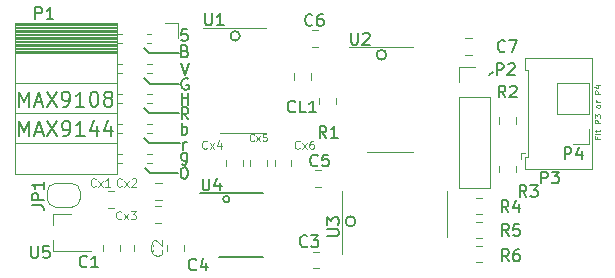
<source format=gto>
G04 #@! TF.GenerationSoftware,KiCad,Pcbnew,(5.1.4)-1*
G04 #@! TF.CreationDate,2019-12-07T15:53:33+00:00*
G04 #@! TF.ProjectId,analog,616e616c-6f67-42e6-9b69-6361645f7063,rev?*
G04 #@! TF.SameCoordinates,Original*
G04 #@! TF.FileFunction,Legend,Top*
G04 #@! TF.FilePolarity,Positive*
%FSLAX46Y46*%
G04 Gerber Fmt 4.6, Leading zero omitted, Abs format (unit mm)*
G04 Created by KiCad (PCBNEW (5.1.4)-1) date 2019-12-07 15:53:33*
%MOMM*%
%LPD*%
G04 APERTURE LIST*
%ADD10C,0.150000*%
%ADD11C,0.200000*%
%ADD12C,0.100000*%
%ADD13C,0.120000*%
G04 APERTURE END LIST*
D10*
X39083800Y-45755560D02*
X41496800Y-45755560D01*
X38702800Y-45349160D02*
X39083800Y-45755560D01*
X56520708Y-49870360D02*
G75*
G03X56520708Y-49870360I-418908J0D01*
G01*
D11*
X28043228Y-42638036D02*
X28043228Y-41388036D01*
X28459895Y-42280893D01*
X28876561Y-41388036D01*
X28876561Y-42638036D01*
X29412276Y-42280893D02*
X30007514Y-42280893D01*
X29293228Y-42638036D02*
X29709895Y-41388036D01*
X30126561Y-42638036D01*
X30424180Y-41388036D02*
X31257514Y-42638036D01*
X31257514Y-41388036D02*
X30424180Y-42638036D01*
X31793228Y-42638036D02*
X32031323Y-42638036D01*
X32150371Y-42578512D01*
X32209895Y-42518988D01*
X32328942Y-42340417D01*
X32388466Y-42102321D01*
X32388466Y-41626131D01*
X32328942Y-41507083D01*
X32269419Y-41447560D01*
X32150371Y-41388036D01*
X31912276Y-41388036D01*
X31793228Y-41447560D01*
X31733704Y-41507083D01*
X31674180Y-41626131D01*
X31674180Y-41923750D01*
X31733704Y-42042798D01*
X31793228Y-42102321D01*
X31912276Y-42161845D01*
X32150371Y-42161845D01*
X32269419Y-42102321D01*
X32328942Y-42042798D01*
X32388466Y-41923750D01*
X33578942Y-42638036D02*
X32864657Y-42638036D01*
X33221800Y-42638036D02*
X33221800Y-41388036D01*
X33102752Y-41566607D01*
X32983704Y-41685655D01*
X32864657Y-41745179D01*
X34650371Y-41804702D02*
X34650371Y-42638036D01*
X34352752Y-41328512D02*
X34055133Y-42221369D01*
X34828942Y-42221369D01*
X35840847Y-41804702D02*
X35840847Y-42638036D01*
X35543228Y-41328512D02*
X35245609Y-42221369D01*
X36019419Y-42221369D01*
X28017828Y-40148836D02*
X28017828Y-38898836D01*
X28434495Y-39791693D01*
X28851161Y-38898836D01*
X28851161Y-40148836D01*
X29386876Y-39791693D02*
X29982114Y-39791693D01*
X29267828Y-40148836D02*
X29684495Y-38898836D01*
X30101161Y-40148836D01*
X30398780Y-38898836D02*
X31232114Y-40148836D01*
X31232114Y-38898836D02*
X30398780Y-40148836D01*
X31767828Y-40148836D02*
X32005923Y-40148836D01*
X32124971Y-40089312D01*
X32184495Y-40029788D01*
X32303542Y-39851217D01*
X32363066Y-39613121D01*
X32363066Y-39136931D01*
X32303542Y-39017883D01*
X32244019Y-38958360D01*
X32124971Y-38898836D01*
X31886876Y-38898836D01*
X31767828Y-38958360D01*
X31708304Y-39017883D01*
X31648780Y-39136931D01*
X31648780Y-39434550D01*
X31708304Y-39553598D01*
X31767828Y-39613121D01*
X31886876Y-39672645D01*
X32124971Y-39672645D01*
X32244019Y-39613121D01*
X32303542Y-39553598D01*
X32363066Y-39434550D01*
X33553542Y-40148836D02*
X32839257Y-40148836D01*
X33196400Y-40148836D02*
X33196400Y-38898836D01*
X33077352Y-39077407D01*
X32958304Y-39196455D01*
X32839257Y-39255979D01*
X34327352Y-38898836D02*
X34446400Y-38898836D01*
X34565447Y-38958360D01*
X34624971Y-39017883D01*
X34684495Y-39136931D01*
X34744019Y-39375026D01*
X34744019Y-39672645D01*
X34684495Y-39910740D01*
X34624971Y-40029788D01*
X34565447Y-40089312D01*
X34446400Y-40148836D01*
X34327352Y-40148836D01*
X34208304Y-40089312D01*
X34148780Y-40029788D01*
X34089257Y-39910740D01*
X34029733Y-39672645D01*
X34029733Y-39375026D01*
X34089257Y-39136931D01*
X34148780Y-39017883D01*
X34208304Y-38958360D01*
X34327352Y-38898836D01*
X35458304Y-39434550D02*
X35339257Y-39375026D01*
X35279733Y-39315502D01*
X35220209Y-39196455D01*
X35220209Y-39136931D01*
X35279733Y-39017883D01*
X35339257Y-38958360D01*
X35458304Y-38898836D01*
X35696400Y-38898836D01*
X35815447Y-38958360D01*
X35874971Y-39017883D01*
X35934495Y-39136931D01*
X35934495Y-39196455D01*
X35874971Y-39315502D01*
X35815447Y-39375026D01*
X35696400Y-39434550D01*
X35458304Y-39434550D01*
X35339257Y-39494074D01*
X35279733Y-39553598D01*
X35220209Y-39672645D01*
X35220209Y-39910740D01*
X35279733Y-40029788D01*
X35339257Y-40089312D01*
X35458304Y-40148836D01*
X35696400Y-40148836D01*
X35815447Y-40089312D01*
X35874971Y-40029788D01*
X35934495Y-39910740D01*
X35934495Y-39672645D01*
X35874971Y-39553598D01*
X35815447Y-39494074D01*
X35696400Y-39434550D01*
D10*
X39541000Y-43215560D02*
X41700000Y-43215560D01*
X39617200Y-38237160D02*
X41598400Y-38237160D01*
X39566400Y-40726360D02*
X41547600Y-40726360D01*
X39058400Y-35620960D02*
X41573000Y-35620960D01*
X38626600Y-35189160D02*
X39058400Y-35620960D01*
X39033000Y-43215560D02*
X38626600Y-42809160D01*
X39541000Y-43215560D02*
X39033000Y-43215560D01*
X39058400Y-40726360D02*
X38601200Y-40269160D01*
X39566400Y-40726360D02*
X39058400Y-40726360D01*
X39134600Y-38237160D02*
X38626600Y-37729160D01*
X39617200Y-38237160D02*
X39134600Y-38237160D01*
D12*
X76995685Y-42743807D02*
X76995685Y-42910474D01*
X77257590Y-42910474D02*
X76757590Y-42910474D01*
X76757590Y-42672379D01*
X77257590Y-42481902D02*
X76924257Y-42481902D01*
X76757590Y-42481902D02*
X76781400Y-42505712D01*
X76805209Y-42481902D01*
X76781400Y-42458093D01*
X76757590Y-42481902D01*
X76805209Y-42481902D01*
X76924257Y-42315236D02*
X76924257Y-42124760D01*
X76757590Y-42243807D02*
X77186161Y-42243807D01*
X77233780Y-42219998D01*
X77257590Y-42172379D01*
X77257590Y-42124760D01*
X77257590Y-41577140D02*
X76757590Y-41577140D01*
X76757590Y-41386664D01*
X76781400Y-41339045D01*
X76805209Y-41315236D01*
X76852828Y-41291426D01*
X76924257Y-41291426D01*
X76971876Y-41315236D01*
X76995685Y-41339045D01*
X77019495Y-41386664D01*
X77019495Y-41577140D01*
X76757590Y-41124760D02*
X76757590Y-40815236D01*
X76948066Y-40981902D01*
X76948066Y-40910474D01*
X76971876Y-40862855D01*
X76995685Y-40839045D01*
X77043304Y-40815236D01*
X77162352Y-40815236D01*
X77209971Y-40839045D01*
X77233780Y-40862855D01*
X77257590Y-40910474D01*
X77257590Y-41053331D01*
X77233780Y-41100950D01*
X77209971Y-41124760D01*
X77257590Y-40148569D02*
X77233780Y-40196188D01*
X77209971Y-40219998D01*
X77162352Y-40243807D01*
X77019495Y-40243807D01*
X76971876Y-40219998D01*
X76948066Y-40196188D01*
X76924257Y-40148569D01*
X76924257Y-40077140D01*
X76948066Y-40029521D01*
X76971876Y-40005712D01*
X77019495Y-39981902D01*
X77162352Y-39981902D01*
X77209971Y-40005712D01*
X77233780Y-40029521D01*
X77257590Y-40077140D01*
X77257590Y-40148569D01*
X77257590Y-39767617D02*
X76924257Y-39767617D01*
X77019495Y-39767617D02*
X76971876Y-39743807D01*
X76948066Y-39719998D01*
X76924257Y-39672379D01*
X76924257Y-39624760D01*
X77257590Y-39077140D02*
X76757590Y-39077140D01*
X76757590Y-38886664D01*
X76781400Y-38839045D01*
X76805209Y-38815236D01*
X76852828Y-38791426D01*
X76924257Y-38791426D01*
X76971876Y-38815236D01*
X76995685Y-38839045D01*
X77019495Y-38886664D01*
X77019495Y-39077140D01*
X76924257Y-38362855D02*
X77257590Y-38362855D01*
X76733780Y-38481902D02*
X77090923Y-38600950D01*
X77090923Y-38291426D01*
D10*
X67785800Y-37475160D02*
X68141400Y-37195760D01*
X45859766Y-47996594D02*
G75*
G03X45859766Y-47996594I-273566J0D01*
G01*
X41933371Y-43794940D02*
X41933371Y-43128274D01*
X41933371Y-43318750D02*
X41980990Y-43223512D01*
X42028609Y-43175893D01*
X42123847Y-43128274D01*
X42219085Y-43128274D01*
X42365123Y-41229540D02*
X42031790Y-40753350D01*
X41793695Y-41229540D02*
X41793695Y-40229540D01*
X42174647Y-40229540D01*
X42269885Y-40277160D01*
X42317504Y-40324779D01*
X42365123Y-40420017D01*
X42365123Y-40562874D01*
X42317504Y-40658112D01*
X42269885Y-40705731D01*
X42174647Y-40753350D01*
X41793695Y-40753350D01*
X42342904Y-37787960D02*
X42247666Y-37740340D01*
X42104809Y-37740340D01*
X41961952Y-37787960D01*
X41866714Y-37883198D01*
X41819095Y-37978436D01*
X41771476Y-38168912D01*
X41771476Y-38311769D01*
X41819095Y-38502245D01*
X41866714Y-38597483D01*
X41961952Y-38692721D01*
X42104809Y-38740340D01*
X42200047Y-38740340D01*
X42342904Y-38692721D01*
X42390523Y-38645102D01*
X42390523Y-38311769D01*
X42200047Y-38311769D01*
X59136908Y-35773360D02*
G75*
G03X59136908Y-35773360I-418908J0D01*
G01*
X46729200Y-34173160D02*
G75*
G03X46729200Y-34173160I-401609J0D01*
G01*
X41969880Y-45284140D02*
X42065119Y-45284140D01*
X42160357Y-45331760D01*
X42207976Y-45379379D01*
X42255595Y-45474617D01*
X42303214Y-45665093D01*
X42303214Y-45903188D01*
X42255595Y-46093664D01*
X42207976Y-46188902D01*
X42160357Y-46236521D01*
X42065119Y-46284140D01*
X41969880Y-46284140D01*
X41874642Y-46236521D01*
X41827023Y-46188902D01*
X41779404Y-46093664D01*
X41731785Y-45903188D01*
X41731785Y-45665093D01*
X41779404Y-45474617D01*
X41827023Y-45379379D01*
X41874642Y-45331760D01*
X41969880Y-45284140D01*
X42101628Y-35447931D02*
X42244485Y-35495550D01*
X42292104Y-35543169D01*
X42339723Y-35638407D01*
X42339723Y-35781264D01*
X42292104Y-35876502D01*
X42244485Y-35924121D01*
X42149247Y-35971740D01*
X41768295Y-35971740D01*
X41768295Y-34971740D01*
X42101628Y-34971740D01*
X42196866Y-35019360D01*
X42244485Y-35066979D01*
X42292104Y-35162217D01*
X42292104Y-35257455D01*
X42244485Y-35352693D01*
X42196866Y-35400312D01*
X42101628Y-35447931D01*
X41768295Y-35447931D01*
X42244485Y-44068074D02*
X42244485Y-44877598D01*
X42196866Y-44972836D01*
X42149247Y-45020455D01*
X42054009Y-45068074D01*
X41911152Y-45068074D01*
X41815914Y-45020455D01*
X42244485Y-44687121D02*
X42149247Y-44734740D01*
X41958771Y-44734740D01*
X41863533Y-44687121D01*
X41815914Y-44639502D01*
X41768295Y-44544264D01*
X41768295Y-44258550D01*
X41815914Y-44163312D01*
X41863533Y-44115693D01*
X41958771Y-44068074D01*
X42149247Y-44068074D01*
X42244485Y-44115693D01*
X41790514Y-42524940D02*
X41790514Y-41524940D01*
X41790514Y-41905893D02*
X41885752Y-41858274D01*
X42076228Y-41858274D01*
X42171466Y-41905893D01*
X42219085Y-41953512D01*
X42266704Y-42048750D01*
X42266704Y-42334464D01*
X42219085Y-42429702D01*
X42171466Y-42477321D01*
X42076228Y-42524940D01*
X41885752Y-42524940D01*
X41790514Y-42477321D01*
X41795285Y-39984940D02*
X41795285Y-38984940D01*
X41795285Y-39461131D02*
X42366714Y-39461131D01*
X42366714Y-39984940D02*
X42366714Y-38984940D01*
X41722266Y-36444940D02*
X42055600Y-37444940D01*
X42388933Y-36444940D01*
X42268295Y-33600140D02*
X41792104Y-33600140D01*
X41744485Y-34076331D01*
X41792104Y-34028712D01*
X41887342Y-33981093D01*
X42125438Y-33981093D01*
X42220676Y-34028712D01*
X42268295Y-34076331D01*
X42315914Y-34171569D01*
X42315914Y-34409664D01*
X42268295Y-34504902D01*
X42220676Y-34552521D01*
X42125438Y-34600140D01*
X41887342Y-34600140D01*
X41792104Y-34552521D01*
X41744485Y-34504902D01*
D13*
X53594452Y-45553560D02*
X53071948Y-45553560D01*
X53594452Y-46973560D02*
X53071948Y-46973560D01*
D10*
X45001900Y-52875560D02*
X48710500Y-52875560D01*
X43331200Y-47475560D02*
X48714800Y-47475560D01*
D13*
X65287400Y-36780160D02*
X66617400Y-36780160D01*
X65287400Y-38110160D02*
X65287400Y-36780160D01*
X65287400Y-39380160D02*
X67947400Y-39380160D01*
X67947400Y-39380160D02*
X67947400Y-47060160D01*
X65287400Y-39380160D02*
X65287400Y-47060160D01*
X65287400Y-47060160D02*
X67947400Y-47060160D01*
X76253200Y-38151760D02*
X73593200Y-38151760D01*
X76253200Y-40751760D02*
X76253200Y-38151760D01*
X73593200Y-40751760D02*
X73593200Y-38151760D01*
X76253200Y-40751760D02*
X73593200Y-40751760D01*
X76253200Y-42021760D02*
X76253200Y-43351760D01*
X76253200Y-43351760D02*
X74923200Y-43351760D01*
X64245200Y-49209960D02*
X64245200Y-47259960D01*
X64245200Y-49209960D02*
X64245200Y-51159960D01*
X55375200Y-49209960D02*
X55375200Y-47259960D01*
X55375200Y-49209960D02*
X55375200Y-52659960D01*
X68676000Y-45189508D02*
X68676000Y-45712012D01*
X70096000Y-45189508D02*
X70096000Y-45712012D01*
X67234252Y-49284960D02*
X66711748Y-49284960D01*
X67234252Y-47864960D02*
X66711748Y-47864960D01*
X67234252Y-49896960D02*
X66711748Y-49896960D01*
X67234252Y-51316960D02*
X66711748Y-51316960D01*
X67234252Y-53348960D02*
X66711748Y-53348960D01*
X67234252Y-51928960D02*
X66711748Y-51928960D01*
X47034000Y-42367360D02*
X48984000Y-42367360D01*
X47034000Y-42367360D02*
X45084000Y-42367360D01*
X47034000Y-33497360D02*
X48984000Y-33497360D01*
X47034000Y-33497360D02*
X43584000Y-33497360D01*
X27723800Y-33166360D02*
X36353800Y-33166360D01*
X27723800Y-33284455D02*
X36353800Y-33284455D01*
X27723800Y-33402550D02*
X36353800Y-33402550D01*
X27723800Y-33520645D02*
X36353800Y-33520645D01*
X27723800Y-33638740D02*
X36353800Y-33638740D01*
X27723800Y-33756835D02*
X36353800Y-33756835D01*
X27723800Y-33874930D02*
X36353800Y-33874930D01*
X27723800Y-33993025D02*
X36353800Y-33993025D01*
X27723800Y-34111120D02*
X36353800Y-34111120D01*
X27723800Y-34229215D02*
X36353800Y-34229215D01*
X27723800Y-34347310D02*
X36353800Y-34347310D01*
X27723800Y-34465405D02*
X36353800Y-34465405D01*
X27723800Y-34583500D02*
X36353800Y-34583500D01*
X27723800Y-34701595D02*
X36353800Y-34701595D01*
X27723800Y-34819690D02*
X36353800Y-34819690D01*
X27723800Y-34937785D02*
X36353800Y-34937785D01*
X27723800Y-35055880D02*
X36353800Y-35055880D01*
X27723800Y-35173975D02*
X36353800Y-35173975D01*
X27723800Y-35292070D02*
X36353800Y-35292070D01*
X27723800Y-35410165D02*
X36353800Y-35410165D01*
X27723800Y-35528260D02*
X36353800Y-35528260D01*
X36353800Y-34016360D02*
X36763800Y-34016360D01*
X38863800Y-34016360D02*
X39243800Y-34016360D01*
X36353800Y-34736360D02*
X36763800Y-34736360D01*
X38863800Y-34736360D02*
X39243800Y-34736360D01*
X36353800Y-36556360D02*
X36763800Y-36556360D01*
X38863800Y-36556360D02*
X39303800Y-36556360D01*
X36353800Y-37276360D02*
X36763800Y-37276360D01*
X38863800Y-37276360D02*
X39303800Y-37276360D01*
X36353800Y-39096360D02*
X36763800Y-39096360D01*
X38863800Y-39096360D02*
X39303800Y-39096360D01*
X36353800Y-39816360D02*
X36763800Y-39816360D01*
X38863800Y-39816360D02*
X39303800Y-39816360D01*
X36353800Y-41636360D02*
X36763800Y-41636360D01*
X38863800Y-41636360D02*
X39303800Y-41636360D01*
X36353800Y-42356360D02*
X36763800Y-42356360D01*
X38863800Y-42356360D02*
X39303800Y-42356360D01*
X36353800Y-44176360D02*
X36763800Y-44176360D01*
X38863800Y-44176360D02*
X39303800Y-44176360D01*
X36353800Y-44896360D02*
X36763800Y-44896360D01*
X38863800Y-44896360D02*
X39303800Y-44896360D01*
X27723800Y-35646360D02*
X36353800Y-35646360D01*
X27723800Y-38186360D02*
X36353800Y-38186360D01*
X27723800Y-40726360D02*
X36353800Y-40726360D01*
X27723800Y-43266360D02*
X36353800Y-43266360D01*
X27723800Y-33046360D02*
X36353800Y-33046360D01*
X36353800Y-33046360D02*
X36353800Y-45866360D01*
X27723800Y-45866360D02*
X36353800Y-45866360D01*
X27723800Y-33046360D02*
X27723800Y-45866360D01*
X41463800Y-33046360D02*
X41463800Y-34376360D01*
X40353800Y-33046360D02*
X41463800Y-33046360D01*
X65822748Y-35797560D02*
X66345252Y-35797560D01*
X65822748Y-34377560D02*
X66345252Y-34377560D01*
X39184200Y-51869708D02*
X39184200Y-52392212D01*
X37764200Y-51869708D02*
X37764200Y-52392212D01*
X36568000Y-52392212D02*
X36568000Y-51869708D01*
X35148000Y-52392212D02*
X35148000Y-51869708D01*
X30932400Y-49230160D02*
X30932400Y-50160160D01*
X30932400Y-52390160D02*
X30932400Y-51460160D01*
X30932400Y-52390160D02*
X34092400Y-52390160D01*
X30932400Y-49230160D02*
X32392400Y-49230160D01*
X32519400Y-46660560D02*
G75*
G02X33219400Y-47360560I0J-700000D01*
G01*
X33219400Y-47960560D02*
G75*
G02X32519400Y-48660560I-700000J0D01*
G01*
X31119400Y-48660560D02*
G75*
G02X30419400Y-47960560I0J700000D01*
G01*
X30419400Y-47360560D02*
G75*
G02X31119400Y-46660560I700000J0D01*
G01*
X30419400Y-47960560D02*
X30419400Y-47360560D01*
X32519400Y-48660560D02*
X31119400Y-48660560D01*
X33219400Y-47360560D02*
X33219400Y-47960560D01*
X31119400Y-46660560D02*
X32519400Y-46660560D01*
X52919548Y-53856960D02*
X53442052Y-53856960D01*
X52919548Y-52436960D02*
X53442052Y-52436960D01*
X52773200Y-37349908D02*
X52773200Y-37872412D01*
X51353200Y-37349908D02*
X51353200Y-37872412D01*
X42003600Y-51869708D02*
X42003600Y-52392212D01*
X40583600Y-51869708D02*
X40583600Y-52392212D01*
X70121400Y-41074708D02*
X70121400Y-41597212D01*
X68701400Y-41074708D02*
X68701400Y-41597212D01*
X52856048Y-33704460D02*
X53378552Y-33704460D01*
X52856048Y-35124460D02*
X53378552Y-35124460D01*
X54881400Y-39423708D02*
X54881400Y-39946212D01*
X53461400Y-39423708D02*
X53461400Y-39946212D01*
X59429200Y-44018360D02*
X61379200Y-44018360D01*
X59429200Y-44018360D02*
X57479200Y-44018360D01*
X59429200Y-35148360D02*
X61379200Y-35148360D01*
X59429200Y-35148360D02*
X55979200Y-35148360D01*
X40107052Y-48065760D02*
X39584548Y-48065760D01*
X40107052Y-46645760D02*
X39584548Y-46645760D01*
X40081652Y-48576160D02*
X39559148Y-48576160D01*
X40081652Y-49996160D02*
X39559148Y-49996160D01*
X49676800Y-45187612D02*
X49676800Y-44665108D01*
X51096800Y-45187612D02*
X51096800Y-44665108D01*
X49039400Y-45204012D02*
X49039400Y-44681508D01*
X47619400Y-45204012D02*
X47619400Y-44681508D01*
X35571348Y-47280760D02*
X36093852Y-47280760D01*
X35571348Y-48700760D02*
X36093852Y-48700760D01*
X45536600Y-45178612D02*
X45536600Y-44656108D01*
X46956600Y-45178612D02*
X46956600Y-44656108D01*
X70852200Y-44116760D02*
X70552200Y-44116760D01*
X70552200Y-44116760D02*
X70552200Y-44616760D01*
X71142200Y-40741760D02*
X71142200Y-44406760D01*
X71142200Y-44406760D02*
X70842200Y-44406760D01*
X70842200Y-44406760D02*
X70842200Y-45476760D01*
X70842200Y-45476760D02*
X76562200Y-45476760D01*
X76562200Y-45476760D02*
X76562200Y-40741760D01*
X71142200Y-40741760D02*
X71142200Y-37076760D01*
X71142200Y-37076760D02*
X70842200Y-37076760D01*
X70842200Y-37076760D02*
X70842200Y-36006760D01*
X70842200Y-36006760D02*
X76562200Y-36006760D01*
X76562200Y-36006760D02*
X76562200Y-40741760D01*
D10*
X53318933Y-45122102D02*
X53271314Y-45169721D01*
X53128457Y-45217340D01*
X53033219Y-45217340D01*
X52890361Y-45169721D01*
X52795123Y-45074483D01*
X52747504Y-44979245D01*
X52699885Y-44788769D01*
X52699885Y-44645912D01*
X52747504Y-44455436D01*
X52795123Y-44360198D01*
X52890361Y-44264960D01*
X53033219Y-44217340D01*
X53128457Y-44217340D01*
X53271314Y-44264960D01*
X53318933Y-44312579D01*
X54223695Y-44217340D02*
X53747504Y-44217340D01*
X53699885Y-44693531D01*
X53747504Y-44645912D01*
X53842742Y-44598293D01*
X54080838Y-44598293D01*
X54176076Y-44645912D01*
X54223695Y-44693531D01*
X54271314Y-44788769D01*
X54271314Y-45026864D01*
X54223695Y-45122102D01*
X54176076Y-45169721D01*
X54080838Y-45217340D01*
X53842742Y-45217340D01*
X53747504Y-45169721D01*
X53699885Y-45122102D01*
X43579695Y-46249340D02*
X43579695Y-47058864D01*
X43627314Y-47154102D01*
X43674933Y-47201721D01*
X43770171Y-47249340D01*
X43960647Y-47249340D01*
X44055885Y-47201721D01*
X44103504Y-47154102D01*
X44151123Y-47058864D01*
X44151123Y-46249340D01*
X45055885Y-46582674D02*
X45055885Y-47249340D01*
X44817790Y-46201721D02*
X44579695Y-46916007D01*
X45198742Y-46916007D01*
X68482804Y-37495740D02*
X68482804Y-36495740D01*
X68863757Y-36495740D01*
X68958995Y-36543360D01*
X69006614Y-36590979D01*
X69054233Y-36686217D01*
X69054233Y-36829074D01*
X69006614Y-36924312D01*
X68958995Y-36971931D01*
X68863757Y-37019550D01*
X68482804Y-37019550D01*
X69435185Y-36590979D02*
X69482804Y-36543360D01*
X69578042Y-36495740D01*
X69816138Y-36495740D01*
X69911376Y-36543360D01*
X69958995Y-36590979D01*
X70006614Y-36686217D01*
X70006614Y-36781455D01*
X69958995Y-36924312D01*
X69387566Y-37495740D01*
X70006614Y-37495740D01*
X74235904Y-44607740D02*
X74235904Y-43607740D01*
X74616857Y-43607740D01*
X74712095Y-43655360D01*
X74759714Y-43702979D01*
X74807333Y-43798217D01*
X74807333Y-43941074D01*
X74759714Y-44036312D01*
X74712095Y-44083931D01*
X74616857Y-44131550D01*
X74235904Y-44131550D01*
X75664476Y-43941074D02*
X75664476Y-44607740D01*
X75426380Y-43560121D02*
X75188285Y-44274407D01*
X75807333Y-44274407D01*
X54106380Y-51114864D02*
X54915904Y-51114864D01*
X55011142Y-51067245D01*
X55058761Y-51019626D01*
X55106380Y-50924388D01*
X55106380Y-50733912D01*
X55058761Y-50638674D01*
X55011142Y-50591055D01*
X54915904Y-50543436D01*
X54106380Y-50543436D01*
X54106380Y-50162483D02*
X54106380Y-49543436D01*
X54487333Y-49876769D01*
X54487333Y-49733912D01*
X54534952Y-49638674D01*
X54582571Y-49591055D01*
X54677809Y-49543436D01*
X54915904Y-49543436D01*
X55011142Y-49591055D01*
X55058761Y-49638674D01*
X55106380Y-49733912D01*
X55106380Y-50019626D01*
X55058761Y-50114864D01*
X55011142Y-50162483D01*
X70997333Y-47808140D02*
X70664000Y-47331950D01*
X70425904Y-47808140D02*
X70425904Y-46808140D01*
X70806857Y-46808140D01*
X70902095Y-46855760D01*
X70949714Y-46903379D01*
X70997333Y-46998617D01*
X70997333Y-47141474D01*
X70949714Y-47236712D01*
X70902095Y-47284331D01*
X70806857Y-47331950D01*
X70425904Y-47331950D01*
X71330666Y-46808140D02*
X71949714Y-46808140D01*
X71616380Y-47189093D01*
X71759238Y-47189093D01*
X71854476Y-47236712D01*
X71902095Y-47284331D01*
X71949714Y-47379569D01*
X71949714Y-47617664D01*
X71902095Y-47712902D01*
X71854476Y-47760521D01*
X71759238Y-47808140D01*
X71473523Y-47808140D01*
X71378285Y-47760521D01*
X71330666Y-47712902D01*
X69473333Y-49103540D02*
X69140000Y-48627350D01*
X68901904Y-49103540D02*
X68901904Y-48103540D01*
X69282857Y-48103540D01*
X69378095Y-48151160D01*
X69425714Y-48198779D01*
X69473333Y-48294017D01*
X69473333Y-48436874D01*
X69425714Y-48532112D01*
X69378095Y-48579731D01*
X69282857Y-48627350D01*
X68901904Y-48627350D01*
X70330476Y-48436874D02*
X70330476Y-49103540D01*
X70092380Y-48055921D02*
X69854285Y-48770207D01*
X70473333Y-48770207D01*
X69498733Y-51110140D02*
X69165400Y-50633950D01*
X68927304Y-51110140D02*
X68927304Y-50110140D01*
X69308257Y-50110140D01*
X69403495Y-50157760D01*
X69451114Y-50205379D01*
X69498733Y-50300617D01*
X69498733Y-50443474D01*
X69451114Y-50538712D01*
X69403495Y-50586331D01*
X69308257Y-50633950D01*
X68927304Y-50633950D01*
X70403495Y-50110140D02*
X69927304Y-50110140D01*
X69879685Y-50586331D01*
X69927304Y-50538712D01*
X70022542Y-50491093D01*
X70260638Y-50491093D01*
X70355876Y-50538712D01*
X70403495Y-50586331D01*
X70451114Y-50681569D01*
X70451114Y-50919664D01*
X70403495Y-51014902D01*
X70355876Y-51062521D01*
X70260638Y-51110140D01*
X70022542Y-51110140D01*
X69927304Y-51062521D01*
X69879685Y-51014902D01*
X69498733Y-53243740D02*
X69165400Y-52767550D01*
X68927304Y-53243740D02*
X68927304Y-52243740D01*
X69308257Y-52243740D01*
X69403495Y-52291360D01*
X69451114Y-52338979D01*
X69498733Y-52434217D01*
X69498733Y-52577074D01*
X69451114Y-52672312D01*
X69403495Y-52719931D01*
X69308257Y-52767550D01*
X68927304Y-52767550D01*
X70355876Y-52243740D02*
X70165400Y-52243740D01*
X70070161Y-52291360D01*
X70022542Y-52338979D01*
X69927304Y-52481836D01*
X69879685Y-52672312D01*
X69879685Y-53053264D01*
X69927304Y-53148502D01*
X69974923Y-53196121D01*
X70070161Y-53243740D01*
X70260638Y-53243740D01*
X70355876Y-53196121D01*
X70403495Y-53148502D01*
X70451114Y-53053264D01*
X70451114Y-52815169D01*
X70403495Y-52719931D01*
X70355876Y-52672312D01*
X70260638Y-52624693D01*
X70070161Y-52624693D01*
X69974923Y-52672312D01*
X69927304Y-52719931D01*
X69879685Y-52815169D01*
X43782895Y-32253940D02*
X43782895Y-33063464D01*
X43830514Y-33158702D01*
X43878133Y-33206321D01*
X43973371Y-33253940D01*
X44163847Y-33253940D01*
X44259085Y-33206321D01*
X44306704Y-33158702D01*
X44354323Y-33063464D01*
X44354323Y-32253940D01*
X45354323Y-33253940D02*
X44782895Y-33253940D01*
X45068609Y-33253940D02*
X45068609Y-32253940D01*
X44973371Y-32396798D01*
X44878133Y-32492036D01*
X44782895Y-32539655D01*
X29417604Y-32745940D02*
X29417604Y-31745940D01*
X29798557Y-31745940D01*
X29893795Y-31793560D01*
X29941414Y-31841179D01*
X29989033Y-31936417D01*
X29989033Y-32079274D01*
X29941414Y-32174512D01*
X29893795Y-32222131D01*
X29798557Y-32269750D01*
X29417604Y-32269750D01*
X30941414Y-32745940D02*
X30369985Y-32745940D01*
X30655700Y-32745940D02*
X30655700Y-31745940D01*
X30560461Y-31888798D01*
X30465223Y-31984036D01*
X30369985Y-32031655D01*
X69168533Y-35444702D02*
X69120914Y-35492321D01*
X68978057Y-35539940D01*
X68882819Y-35539940D01*
X68739961Y-35492321D01*
X68644723Y-35397083D01*
X68597104Y-35301845D01*
X68549485Y-35111369D01*
X68549485Y-34968512D01*
X68597104Y-34778036D01*
X68644723Y-34682798D01*
X68739961Y-34587560D01*
X68882819Y-34539940D01*
X68978057Y-34539940D01*
X69120914Y-34587560D01*
X69168533Y-34635179D01*
X69501866Y-34539940D02*
X70168533Y-34539940D01*
X69739961Y-35539940D01*
D13*
X40098571Y-52272626D02*
X40139047Y-52313102D01*
X40179523Y-52434531D01*
X40179523Y-52515483D01*
X40139047Y-52636912D01*
X40058095Y-52717864D01*
X39977142Y-52758340D01*
X39815238Y-52798817D01*
X39693809Y-52798817D01*
X39531904Y-52758340D01*
X39450952Y-52717864D01*
X39370000Y-52636912D01*
X39329523Y-52515483D01*
X39329523Y-52434531D01*
X39370000Y-52313102D01*
X39410476Y-52272626D01*
X39410476Y-51948817D02*
X39370000Y-51908340D01*
X39329523Y-51827388D01*
X39329523Y-51625007D01*
X39370000Y-51544055D01*
X39410476Y-51503579D01*
X39491428Y-51463102D01*
X39572380Y-51463102D01*
X39693809Y-51503579D01*
X40179523Y-51989293D01*
X40179523Y-51463102D01*
D10*
X33786333Y-53681902D02*
X33738714Y-53729521D01*
X33595857Y-53777140D01*
X33500619Y-53777140D01*
X33357761Y-53729521D01*
X33262523Y-53634283D01*
X33214904Y-53539045D01*
X33167285Y-53348569D01*
X33167285Y-53205712D01*
X33214904Y-53015236D01*
X33262523Y-52919998D01*
X33357761Y-52824760D01*
X33500619Y-52777140D01*
X33595857Y-52777140D01*
X33738714Y-52824760D01*
X33786333Y-52872379D01*
X34738714Y-53777140D02*
X34167285Y-53777140D01*
X34453000Y-53777140D02*
X34453000Y-52777140D01*
X34357761Y-52919998D01*
X34262523Y-53015236D01*
X34167285Y-53062855D01*
X29050895Y-51964340D02*
X29050895Y-52773864D01*
X29098514Y-52869102D01*
X29146133Y-52916721D01*
X29241371Y-52964340D01*
X29431847Y-52964340D01*
X29527085Y-52916721D01*
X29574704Y-52869102D01*
X29622323Y-52773864D01*
X29622323Y-51964340D01*
X30574704Y-51964340D02*
X30098514Y-51964340D01*
X30050895Y-52440531D01*
X30098514Y-52392912D01*
X30193752Y-52345293D01*
X30431847Y-52345293D01*
X30527085Y-52392912D01*
X30574704Y-52440531D01*
X30622323Y-52535769D01*
X30622323Y-52773864D01*
X30574704Y-52869102D01*
X30527085Y-52916721D01*
X30431847Y-52964340D01*
X30193752Y-52964340D01*
X30098514Y-52916721D01*
X30050895Y-52869102D01*
X29138180Y-48519293D02*
X29852466Y-48519293D01*
X29995323Y-48566912D01*
X30090561Y-48662150D01*
X30138180Y-48805007D01*
X30138180Y-48900245D01*
X30138180Y-48043102D02*
X29138180Y-48043102D01*
X29138180Y-47662150D01*
X29185800Y-47566912D01*
X29233419Y-47519293D01*
X29328657Y-47471674D01*
X29471514Y-47471674D01*
X29566752Y-47519293D01*
X29614371Y-47566912D01*
X29661990Y-47662150D01*
X29661990Y-48043102D01*
X30138180Y-46519293D02*
X30138180Y-47090721D01*
X30138180Y-46805007D02*
X29138180Y-46805007D01*
X29281038Y-46900245D01*
X29376276Y-46995483D01*
X29423895Y-47090721D01*
X52429933Y-51954702D02*
X52382314Y-52002321D01*
X52239457Y-52049940D01*
X52144219Y-52049940D01*
X52001361Y-52002321D01*
X51906123Y-51907083D01*
X51858504Y-51811845D01*
X51810885Y-51621369D01*
X51810885Y-51478512D01*
X51858504Y-51288036D01*
X51906123Y-51192798D01*
X52001361Y-51097560D01*
X52144219Y-51049940D01*
X52239457Y-51049940D01*
X52382314Y-51097560D01*
X52429933Y-51145179D01*
X52763266Y-51049940D02*
X53382314Y-51049940D01*
X53048980Y-51430893D01*
X53191838Y-51430893D01*
X53287076Y-51478512D01*
X53334695Y-51526131D01*
X53382314Y-51621369D01*
X53382314Y-51859464D01*
X53334695Y-51954702D01*
X53287076Y-52002321D01*
X53191838Y-52049940D01*
X52906123Y-52049940D01*
X52810885Y-52002321D01*
X52763266Y-51954702D01*
X51415571Y-40550102D02*
X51367952Y-40597721D01*
X51225095Y-40645340D01*
X51129857Y-40645340D01*
X50987000Y-40597721D01*
X50891761Y-40502483D01*
X50844142Y-40407245D01*
X50796523Y-40216769D01*
X50796523Y-40073912D01*
X50844142Y-39883436D01*
X50891761Y-39788198D01*
X50987000Y-39692960D01*
X51129857Y-39645340D01*
X51225095Y-39645340D01*
X51367952Y-39692960D01*
X51415571Y-39740579D01*
X52320333Y-40645340D02*
X51844142Y-40645340D01*
X51844142Y-39645340D01*
X53177476Y-40645340D02*
X52606047Y-40645340D01*
X52891761Y-40645340D02*
X52891761Y-39645340D01*
X52796523Y-39788198D01*
X52701285Y-39883436D01*
X52606047Y-39931055D01*
X43031933Y-53935902D02*
X42984314Y-53983521D01*
X42841457Y-54031140D01*
X42746219Y-54031140D01*
X42603361Y-53983521D01*
X42508123Y-53888283D01*
X42460504Y-53793045D01*
X42412885Y-53602569D01*
X42412885Y-53459712D01*
X42460504Y-53269236D01*
X42508123Y-53173998D01*
X42603361Y-53078760D01*
X42746219Y-53031140D01*
X42841457Y-53031140D01*
X42984314Y-53078760D01*
X43031933Y-53126379D01*
X43889076Y-53364474D02*
X43889076Y-54031140D01*
X43650980Y-52983521D02*
X43412885Y-53697807D01*
X44031933Y-53697807D01*
X69219333Y-39375340D02*
X68886000Y-38899150D01*
X68647904Y-39375340D02*
X68647904Y-38375340D01*
X69028857Y-38375340D01*
X69124095Y-38422960D01*
X69171714Y-38470579D01*
X69219333Y-38565817D01*
X69219333Y-38708674D01*
X69171714Y-38803912D01*
X69124095Y-38851531D01*
X69028857Y-38899150D01*
X68647904Y-38899150D01*
X69600285Y-38470579D02*
X69647904Y-38422960D01*
X69743142Y-38375340D01*
X69981238Y-38375340D01*
X70076476Y-38422960D01*
X70124095Y-38470579D01*
X70171714Y-38565817D01*
X70171714Y-38661055D01*
X70124095Y-38803912D01*
X69552666Y-39375340D01*
X70171714Y-39375340D01*
X52874433Y-33222202D02*
X52826814Y-33269821D01*
X52683957Y-33317440D01*
X52588719Y-33317440D01*
X52445861Y-33269821D01*
X52350623Y-33174583D01*
X52303004Y-33079345D01*
X52255385Y-32888869D01*
X52255385Y-32746012D01*
X52303004Y-32555536D01*
X52350623Y-32460298D01*
X52445861Y-32365060D01*
X52588719Y-32317440D01*
X52683957Y-32317440D01*
X52826814Y-32365060D01*
X52874433Y-32412679D01*
X53731576Y-32317440D02*
X53541100Y-32317440D01*
X53445861Y-32365060D01*
X53398242Y-32412679D01*
X53303004Y-32555536D01*
X53255385Y-32746012D01*
X53255385Y-33126964D01*
X53303004Y-33222202D01*
X53350623Y-33269821D01*
X53445861Y-33317440D01*
X53636338Y-33317440D01*
X53731576Y-33269821D01*
X53779195Y-33222202D01*
X53826814Y-33126964D01*
X53826814Y-32888869D01*
X53779195Y-32793631D01*
X53731576Y-32746012D01*
X53636338Y-32698393D01*
X53445861Y-32698393D01*
X53350623Y-32746012D01*
X53303004Y-32793631D01*
X53255385Y-32888869D01*
X54055533Y-42804340D02*
X53722200Y-42328150D01*
X53484104Y-42804340D02*
X53484104Y-41804340D01*
X53865057Y-41804340D01*
X53960295Y-41851960D01*
X54007914Y-41899579D01*
X54055533Y-41994817D01*
X54055533Y-42137674D01*
X54007914Y-42232912D01*
X53960295Y-42280531D01*
X53865057Y-42328150D01*
X53484104Y-42328150D01*
X55007914Y-42804340D02*
X54436485Y-42804340D01*
X54722200Y-42804340D02*
X54722200Y-41804340D01*
X54626961Y-41947198D01*
X54531723Y-42042436D01*
X54436485Y-42090055D01*
X56152695Y-33904940D02*
X56152695Y-34714464D01*
X56200314Y-34809702D01*
X56247933Y-34857321D01*
X56343171Y-34904940D01*
X56533647Y-34904940D01*
X56628885Y-34857321D01*
X56676504Y-34809702D01*
X56724123Y-34714464D01*
X56724123Y-33904940D01*
X57152695Y-34000179D02*
X57200314Y-33952560D01*
X57295552Y-33904940D01*
X57533647Y-33904940D01*
X57628885Y-33952560D01*
X57676504Y-34000179D01*
X57724123Y-34095417D01*
X57724123Y-34190655D01*
X57676504Y-34333512D01*
X57105076Y-34904940D01*
X57724123Y-34904940D01*
D12*
X36728000Y-46869160D02*
X36694666Y-46902493D01*
X36594666Y-46935826D01*
X36528000Y-46935826D01*
X36428000Y-46902493D01*
X36361333Y-46835826D01*
X36328000Y-46769160D01*
X36294666Y-46635826D01*
X36294666Y-46535826D01*
X36328000Y-46402493D01*
X36361333Y-46335826D01*
X36428000Y-46269160D01*
X36528000Y-46235826D01*
X36594666Y-46235826D01*
X36694666Y-46269160D01*
X36728000Y-46302493D01*
X36961333Y-46935826D02*
X37328000Y-46469160D01*
X36961333Y-46469160D02*
X37328000Y-46935826D01*
X37561333Y-46302493D02*
X37594666Y-46269160D01*
X37661333Y-46235826D01*
X37828000Y-46235826D01*
X37894666Y-46269160D01*
X37928000Y-46302493D01*
X37961333Y-46369160D01*
X37961333Y-46435826D01*
X37928000Y-46535826D01*
X37528000Y-46935826D01*
X37961333Y-46935826D01*
X36677200Y-49637760D02*
X36643866Y-49671093D01*
X36543866Y-49704426D01*
X36477200Y-49704426D01*
X36377200Y-49671093D01*
X36310533Y-49604426D01*
X36277200Y-49537760D01*
X36243866Y-49404426D01*
X36243866Y-49304426D01*
X36277200Y-49171093D01*
X36310533Y-49104426D01*
X36377200Y-49037760D01*
X36477200Y-49004426D01*
X36543866Y-49004426D01*
X36643866Y-49037760D01*
X36677200Y-49071093D01*
X36910533Y-49704426D02*
X37277200Y-49237760D01*
X36910533Y-49237760D02*
X37277200Y-49704426D01*
X37477200Y-49004426D02*
X37910533Y-49004426D01*
X37677200Y-49271093D01*
X37777200Y-49271093D01*
X37843866Y-49304426D01*
X37877200Y-49337760D01*
X37910533Y-49404426D01*
X37910533Y-49571093D01*
X37877200Y-49637760D01*
X37843866Y-49671093D01*
X37777200Y-49704426D01*
X37577200Y-49704426D01*
X37510533Y-49671093D01*
X37477200Y-49637760D01*
X51790200Y-43668760D02*
X51756866Y-43702093D01*
X51656866Y-43735426D01*
X51590200Y-43735426D01*
X51490200Y-43702093D01*
X51423533Y-43635426D01*
X51390200Y-43568760D01*
X51356866Y-43435426D01*
X51356866Y-43335426D01*
X51390200Y-43202093D01*
X51423533Y-43135426D01*
X51490200Y-43068760D01*
X51590200Y-43035426D01*
X51656866Y-43035426D01*
X51756866Y-43068760D01*
X51790200Y-43102093D01*
X52023533Y-43735426D02*
X52390200Y-43268760D01*
X52023533Y-43268760D02*
X52390200Y-43735426D01*
X52956866Y-43035426D02*
X52823533Y-43035426D01*
X52756866Y-43068760D01*
X52723533Y-43102093D01*
X52656866Y-43202093D01*
X52623533Y-43335426D01*
X52623533Y-43602093D01*
X52656866Y-43668760D01*
X52690200Y-43702093D01*
X52756866Y-43735426D01*
X52890200Y-43735426D01*
X52956866Y-43702093D01*
X52990200Y-43668760D01*
X53023533Y-43602093D01*
X53023533Y-43435426D01*
X52990200Y-43368760D01*
X52956866Y-43335426D01*
X52890200Y-43302093D01*
X52756866Y-43302093D01*
X52690200Y-43335426D01*
X52656866Y-43368760D01*
X52623533Y-43435426D01*
X47935742Y-43023445D02*
X47907171Y-43052017D01*
X47821457Y-43080588D01*
X47764314Y-43080588D01*
X47678600Y-43052017D01*
X47621457Y-42994874D01*
X47592885Y-42937731D01*
X47564314Y-42823445D01*
X47564314Y-42737731D01*
X47592885Y-42623445D01*
X47621457Y-42566302D01*
X47678600Y-42509160D01*
X47764314Y-42480588D01*
X47821457Y-42480588D01*
X47907171Y-42509160D01*
X47935742Y-42537731D01*
X48135742Y-43080588D02*
X48450028Y-42680588D01*
X48135742Y-42680588D02*
X48450028Y-43080588D01*
X48964314Y-42480588D02*
X48678600Y-42480588D01*
X48650028Y-42766302D01*
X48678600Y-42737731D01*
X48735742Y-42709160D01*
X48878600Y-42709160D01*
X48935742Y-42737731D01*
X48964314Y-42766302D01*
X48992885Y-42823445D01*
X48992885Y-42966302D01*
X48964314Y-43023445D01*
X48935742Y-43052017D01*
X48878600Y-43080588D01*
X48735742Y-43080588D01*
X48678600Y-43052017D01*
X48650028Y-43023445D01*
X34518200Y-46869160D02*
X34484866Y-46902493D01*
X34384866Y-46935826D01*
X34318200Y-46935826D01*
X34218200Y-46902493D01*
X34151533Y-46835826D01*
X34118200Y-46769160D01*
X34084866Y-46635826D01*
X34084866Y-46535826D01*
X34118200Y-46402493D01*
X34151533Y-46335826D01*
X34218200Y-46269160D01*
X34318200Y-46235826D01*
X34384866Y-46235826D01*
X34484866Y-46269160D01*
X34518200Y-46302493D01*
X34751533Y-46935826D02*
X35118200Y-46469160D01*
X34751533Y-46469160D02*
X35118200Y-46935826D01*
X35751533Y-46935826D02*
X35351533Y-46935826D01*
X35551533Y-46935826D02*
X35551533Y-46235826D01*
X35484866Y-46335826D01*
X35418200Y-46402493D01*
X35351533Y-46435826D01*
X43941600Y-43668760D02*
X43908266Y-43702093D01*
X43808266Y-43735426D01*
X43741600Y-43735426D01*
X43641600Y-43702093D01*
X43574933Y-43635426D01*
X43541600Y-43568760D01*
X43508266Y-43435426D01*
X43508266Y-43335426D01*
X43541600Y-43202093D01*
X43574933Y-43135426D01*
X43641600Y-43068760D01*
X43741600Y-43035426D01*
X43808266Y-43035426D01*
X43908266Y-43068760D01*
X43941600Y-43102093D01*
X44174933Y-43735426D02*
X44541600Y-43268760D01*
X44174933Y-43268760D02*
X44541600Y-43735426D01*
X45108266Y-43268760D02*
X45108266Y-43735426D01*
X44941600Y-43002093D02*
X44774933Y-43502093D01*
X45208266Y-43502093D01*
D10*
X72229304Y-46665140D02*
X72229304Y-45665140D01*
X72610257Y-45665140D01*
X72705495Y-45712760D01*
X72753114Y-45760379D01*
X72800733Y-45855617D01*
X72800733Y-45998474D01*
X72753114Y-46093712D01*
X72705495Y-46141331D01*
X72610257Y-46188950D01*
X72229304Y-46188950D01*
X73134066Y-45665140D02*
X73753114Y-45665140D01*
X73419780Y-46046093D01*
X73562638Y-46046093D01*
X73657876Y-46093712D01*
X73705495Y-46141331D01*
X73753114Y-46236569D01*
X73753114Y-46474664D01*
X73705495Y-46569902D01*
X73657876Y-46617521D01*
X73562638Y-46665140D01*
X73276923Y-46665140D01*
X73181685Y-46617521D01*
X73134066Y-46569902D01*
M02*

</source>
